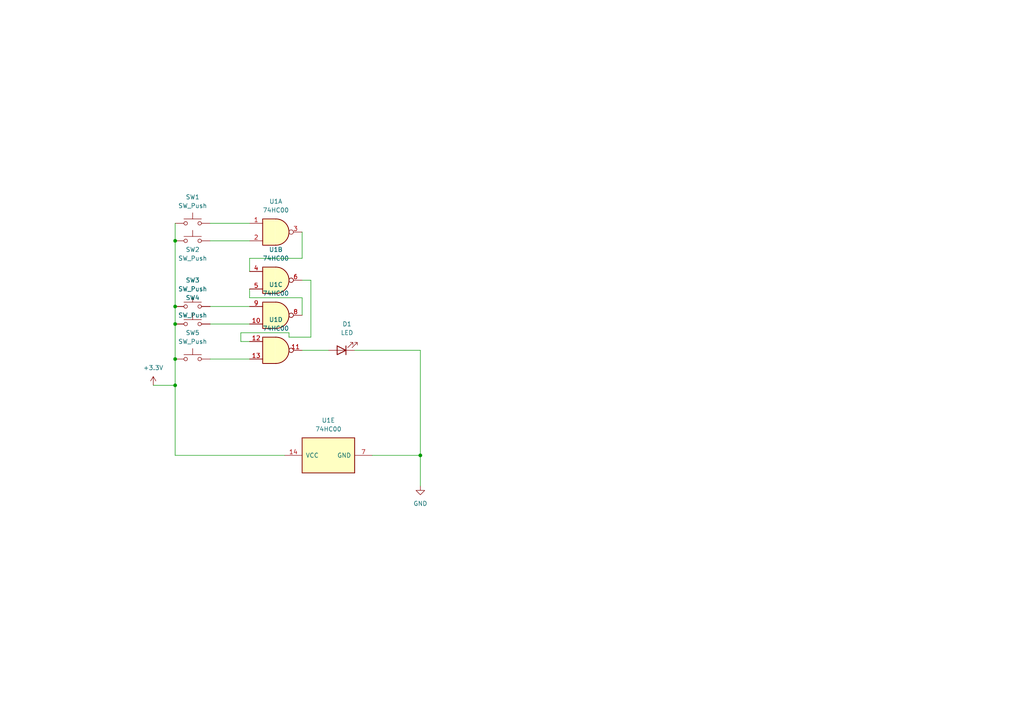
<source format=kicad_sch>
(kicad_sch (version 20230121) (generator eeschema)
  (paper "A4")
  (lib_symbols
    (symbol "74xx:74HC00" (pin_names (offset 1.016))
      (property "Reference" "U" (at 0 1.27 0))
      (property "Value" "74HC00" (at 0 -1.27 0))
      (symbol "74HC00_1_1"
        (arc (start 0 -3.81) (mid 3.7934 0) (end 0 3.81) (stroke (width 0.254)) (fill (type background)))
        (polyline (pts (xy 0 3.81) (xy -3.81 3.81) (xy -3.81 -3.81) (xy 0 -3.81)) (stroke (width 0.254)) (fill (type background)))
        (pin input line (at -7.62 2.54 0) (length 3.81) (name "~") (number "1"))
        (pin input line (at -7.62 -2.54 0) (length 3.81) (name "~") (number "2"))
        (pin output inverted (at 7.62 0 180) (length 3.81) (name "~") (number "3"))
      )
      (symbol "74HC00_1_2"
        (arc (start -3.81 -3.81) (mid -2.589 0) (end -3.81 3.81) (stroke (width 0.254)))
        (arc (start -0.6096 -3.81) (mid 2.1842 -2.5851) (end 3.81 0) (stroke (width 0.254)) (fill (type background)))
        (polyline (pts (xy -3.81 -3.81) (xy -0.635 -3.81)) (stroke (width 0.254)) (fill (type background)))
        (polyline (pts (xy -3.81 3.81) (xy -0.635 3.81)) (stroke (width 0.254)) (fill (type background)))
        (polyline (pts (xy -0.635 3.81) (xy -3.81 3.81) (xy -3.81 3.81) (xy -3.556 3.4036) (xy -3.0226 2.2606) (xy -2.6924 1.0414) (xy -2.6162 -0.254) (xy -2.7686 -1.4986) (xy -3.175 -2.7178) (xy -3.81 -3.81) (xy -3.81 -3.81) (xy -0.635 -3.81)) (stroke (width -25.4)) (fill (type background)))
        (arc (start 3.81 0) (mid 2.1915 2.5936) (end -0.6096 3.81) (stroke (width 0.254)) (fill (type background)))
        (pin input inverted (at -7.62 2.54 0) (length 4.318) (name "~") (number "1"))
        (pin input inverted (at -7.62 -2.54 0) (length 4.318) (name "~") (number "2"))
        (pin output line (at 7.62 0 180) (length 3.81) (name "~") (number "3"))
      )
      (symbol "74HC00_2_1"
        (arc (start 0 -3.81) (mid 3.7934 0) (end 0 3.81) (stroke (width 0.254)) (fill (type background)))
        (polyline (pts (xy 0 3.81) (xy -3.81 3.81) (xy -3.81 -3.81) (xy 0 -3.81)) (stroke (width 0.254)) (fill (type background)))
        (pin input line (at -7.62 2.54 0) (length 3.81) (name "~") (number "4"))
        (pin input line (at -7.62 -2.54 0) (length 3.81) (name "~") (number "5"))
        (pin output inverted (at 7.62 0 180) (length 3.81) (name "~") (number "6"))
      )
      (symbol "74HC00_2_2"
        (arc (start -3.81 -3.81) (mid -2.589 0) (end -3.81 3.81) (stroke (width 0.254)))
        (arc (start -0.6096 -3.81) (mid 2.1842 -2.5851) (end 3.81 0) (stroke (width 0.254)) (fill (type background)))
        (polyline (pts (xy -3.81 -3.81) (xy -0.635 -3.81)) (stroke (width 0.254)) (fill (type background)))
        (polyline (pts (xy -3.81 3.81) (xy -0.635 3.81)) (stroke (width 0.254)) (fill (type background)))
        (polyline (pts (xy -0.635 3.81) (xy -3.81 3.81) (xy -3.81 3.81) (xy -3.556 3.4036) (xy -3.0226 2.2606) (xy -2.6924 1.0414) (xy -2.6162 -0.254) (xy -2.7686 -1.4986) (xy -3.175 -2.7178) (xy -3.81 -3.81) (xy -3.81 -3.81) (xy -0.635 -3.81)) (stroke (width -25.4)) (fill (type background)))
        (arc (start 3.81 0) (mid 2.1915 2.5936) (end -0.6096 3.81) (stroke (width 0.254)) (fill (type background)))
        (pin input inverted (at -7.62 2.54 0) (length 4.318) (name "~") (number "4"))
        (pin input inverted (at -7.62 -2.54 0) (length 4.318) (name "~") (number "5"))
        (pin output line (at 7.62 0 180) (length 3.81) (name "~") (number "6"))
      )
      (symbol "74HC00_3_1"
        (arc (start 0 -3.81) (mid 3.7934 0) (end 0 3.81) (stroke (width 0.254)) (fill (type background)))
        (polyline (pts (xy 0 3.81) (xy -3.81 3.81) (xy -3.81 -3.81) (xy 0 -3.81)) (stroke (width 0.254)) (fill (type background)))
        (pin input line (at -7.62 -2.54 0) (length 3.81) (name "~") (number "10"))
        (pin output inverted (at 7.62 0 180) (length 3.81) (name "~") (number "8"))
        (pin input line (at -7.62 2.54 0) (length 3.81) (name "~") (number "9"))
      )
      (symbol "74HC00_3_2"
        (arc (start -3.81 -3.81) (mid -2.589 0) (end -3.81 3.81) (stroke (width 0.254)))
        (arc (start -0.6096 -3.81) (mid 2.1842 -2.5851) (end 3.81 0) (stroke (width 0.254)) (fill (type background)))
        (polyline (pts (xy -3.81 -3.81) (xy -0.635 -3.81)) (stroke (width 0.254)) (fill (type background)))
        (polyline (pts (xy -3.81 3.81) (xy -0.635 3.81)) (stroke (width 0.254)) (fill (type background)))
        (polyline (pts (xy -0.635 3.81) (xy -3.81 3.81) (xy -3.81 3.81) (xy -3.556 3.4036) (xy -3.0226 2.2606) (xy -2.6924 1.0414) (xy -2.6162 -0.254) (xy -2.7686 -1.4986) (xy -3.175 -2.7178) (xy -3.81 -3.81) (xy -3.81 -3.81) (xy -0.635 -3.81)) (stroke (width -25.4)) (fill (type background)))
        (arc (start 3.81 0) (mid 2.1915 2.5936) (end -0.6096 3.81) (stroke (width 0.254)) (fill (type background)))
        (pin input inverted (at -7.62 -2.54 0) (length 4.318) (name "~") (number "10"))
        (pin output line (at 7.62 0 180) (length 3.81) (name "~") (number "8"))
        (pin input inverted (at -7.62 2.54 0) (length 4.318) (name "~") (number "9"))
      )
      (symbol "74HC00_4_1"
        (arc (start 0 -3.81) (mid 3.7934 0) (end 0 3.81) (stroke (width 0.254)) (fill (type background)))
        (polyline (pts (xy 0 3.81) (xy -3.81 3.81) (xy -3.81 -3.81) (xy 0 -3.81)) (stroke (width 0.254)) (fill (type background)))
        (pin output inverted (at 7.62 0 180) (length 3.81) (name "~") (number "11"))
        (pin input line (at -7.62 2.54 0) (length 3.81) (name "~") (number "12"))
        (pin input line (at -7.62 -2.54 0) (length 3.81) (name "~") (number "13"))
      )
      (symbol "74HC00_4_2"
        (arc (start -3.81 -3.81) (mid -2.589 0) (end -3.81 3.81) (stroke (width 0.254)))
        (arc (start -0.6096 -3.81) (mid 2.1842 -2.5851) (end 3.81 0) (stroke (width 0.254)) (fill (type background)))
        (polyline (pts (xy -3.81 -3.81) (xy -0.635 -3.81)) (stroke (width 0.254)) (fill (type background)))
        (polyline (pts (xy -3.81 3.81) (xy -0.635 3.81)) (stroke (width 0.254)) (fill (type background)))
        (polyline (pts (xy -0.635 3.81) (xy -3.81 3.81) (xy -3.81 3.81) (xy -3.556 3.4036) (xy -3.0226 2.2606) (xy -2.6924 1.0414) (xy -2.6162 -0.254) (xy -2.7686 -1.4986) (xy -3.175 -2.7178) (xy -3.81 -3.81) (xy -3.81 -3.81) (xy -0.635 -3.81)) (stroke (width -25.4)) (fill (type background)))
        (arc (start 3.81 0) (mid 2.1915 2.5936) (end -0.6096 3.81) (stroke (width 0.254)) (fill (type background)))
        (pin output line (at 7.62 0 180) (length 3.81) (name "~") (number "11"))
        (pin input inverted (at -7.62 2.54 0) (length 4.318) (name "~") (number "12"))
        (pin input inverted (at -7.62 -2.54 0) (length 4.318) (name "~") (number "13"))
      )
      (symbol "74HC00_5_0"
        (pin power_in line (at 0 12.7 270) (length 5.08) (name "VCC") (number "14"))
        (pin power_in line (at 0 -12.7 90) (length 5.08) (name "GND") (number "7"))
      )
      (symbol "74HC00_5_1"
        (rectangle (start -5.08 7.62) (end 5.08 -7.62) (stroke (width 0.254)) (fill (type background)))
      )
    )
    (symbol "Device:LED" (pin_numbers hide) (pin_names (offset 1.016) hide)
      (property "Reference" "D" (at 0 2.54 0))
      (property "Value" "LED" (at 0 -2.54 0))
      (symbol "LED_0_1"
        (polyline (pts (xy -1.27 -1.27) (xy -1.27 1.27)) (stroke (width 0.254)))
        (polyline (pts (xy -1.27 0) (xy 1.27 0)))
        (polyline (pts (xy 1.27 -1.27) (xy 1.27 1.27) (xy -1.27 0) (xy 1.27 -1.27)) (stroke (width 0.254)))
        (polyline (pts (xy -3.048 -0.762) (xy -4.572 -2.286) (xy -3.81 -2.286) (xy -4.572 -2.286) (xy -4.572 -1.524)))
        (polyline (pts (xy -1.778 -0.762) (xy -3.302 -2.286) (xy -2.54 -2.286) (xy -3.302 -2.286) (xy -3.302 -1.524)))
      )
      (symbol "LED_1_1"
        (pin passive line (at -3.81 0 0) (length 2.54) (name "K") (number "1"))
        (pin passive line (at 3.81 0 180) (length 2.54) (name "A") (number "2"))
      )
    )
    (symbol "Switch:SW_Push" (pin_numbers hide) (pin_names (offset 1.016) hide)
      (property "Reference" "SW" (at 1.27 2.54 0))
      (property "Value" "SW_Push" (at 0 -1.524 0))
      (symbol "SW_Push_0_1"
        (circle (center -2.032 0) (radius 0.508))
        (polyline (pts (xy 0 1.27) (xy 0 3.048)))
        (polyline (pts (xy 2.54 1.27) (xy -2.54 1.27)))
        (circle (center 2.032 0) (radius 0.508))
        (pin passive line (at -5.08 0 0) (length 2.54) (name "1") (number "1"))
        (pin passive line (at 5.08 0 180) (length 2.54) (name "2") (number "2"))
      )
    )
    (symbol "power:+3.3V" (power) (pin_names (offset 0))
      (property "Value" "+3.3V" (at 0 3.556 0))
      (symbol "+3.3V_0_1"
        (polyline (pts (xy -0.762 1.27) (xy 0 2.54)))
        (polyline (pts (xy 0 0) (xy 0 2.54)))
        (polyline (pts (xy 0 2.54) (xy 0.762 1.27)))
      )
      (symbol "+3.3V_1_1"
        (pin power_in line (at 0 0 90) (length 0) hide (name "+3.3V") (number "1"))
      )
    )
    (symbol "power:GND" (power) (pin_names (offset 0))
      (property "Value" "GND" (at 0 -3.81 0))
      (symbol "GND_0_1"
        (polyline (pts (xy 0 0) (xy 0 -1.27) (xy 1.27 -1.27) (xy 0 -2.54) (xy -1.27 -1.27) (xy 0 -1.27)))
      )
      (symbol "GND_1_1"
        (pin power_in line (at 0 0 270) (length 0) hide (name "GND") (number "1"))
      )
    )
  )
  (junction (at 50.8 111.76))
  (junction (at 50.8 93.98))
  (junction (at 121.92 132.08))
  (junction (at 50.8 69.85))
  (junction (at 50.8 104.14))
  (junction (at 50.8 88.9))
  (wire (pts (xy 83.82 96.52) (xy 69.85 96.52)))
  (wire (pts (xy 87.63 74.93) (xy 72.39 74.93)))
  (wire (pts (xy 60.96 69.85) (xy 72.39 69.85)))
  (wire (pts (xy 60.96 104.14) (xy 72.39 104.14)))
  (wire (pts (xy 50.8 93.98) (xy 50.8 104.14)))
  (wire (pts (xy 60.96 64.77) (xy 72.39 64.77)))
  (wire (pts (xy 87.63 86.36) (xy 72.39 86.36)))
  (wire (pts (xy 121.92 140.97) (xy 121.92 132.08)))
  (wire (pts (xy 87.63 67.31) (xy 87.63 74.93)))
  (wire (pts (xy 50.8 132.08) (xy 82.55 132.08)))
  (wire (pts (xy 72.39 74.93) (xy 72.39 78.74)))
  (wire (pts (xy 83.82 97.79) (xy 83.82 96.52)))
  (wire (pts (xy 121.92 132.08) (xy 121.92 101.6)))
  (wire (pts (xy 50.8 111.76) (xy 50.8 104.14)))
  (wire (pts (xy 44.45 111.76) (xy 50.8 111.76)))
  (wire (pts (xy 90.17 81.28) (xy 90.17 97.79)))
  (wire (pts (xy 69.85 96.52) (xy 69.85 99.06)))
  (wire (pts (xy 121.92 132.08) (xy 107.95 132.08)))
  (wire (pts (xy 87.63 101.6) (xy 95.25 101.6)))
  (wire (pts (xy 50.8 64.77) (xy 50.8 69.85)))
  (wire (pts (xy 69.85 99.06) (xy 72.39 99.06)))
  (wire (pts (xy 87.63 81.28) (xy 90.17 81.28)))
  (wire (pts (xy 72.39 86.36) (xy 72.39 83.82)))
  (wire (pts (xy 60.96 88.9) (xy 72.39 88.9)))
  (wire (pts (xy 50.8 111.76) (xy 50.8 132.08)))
  (wire (pts (xy 90.17 97.79) (xy 83.82 97.79)))
  (wire (pts (xy 50.8 69.85) (xy 50.8 88.9)))
  (wire (pts (xy 121.92 101.6) (xy 102.87 101.6)))
  (wire (pts (xy 60.96 93.98) (xy 72.39 93.98)))
  (wire (pts (xy 87.63 91.44) (xy 87.63 86.36)))
  (wire (pts (xy 50.8 88.9) (xy 50.8 93.98)))
  (symbol (lib_id "power:+3.3V") (at 44.45 111.76 0) (unit 1)
    (property "Reference" "#PWR01" (effects hide))
    (property "Value" "+3.3V" (at 44.45 106.68 0))
  )
  (symbol (lib_id "74xx:74HC00") (at 80.01 81.28 0) (unit 2)
    (property "Reference" "U1" (at 80.0017 72.39 0))
    (property "Value" "74HC00" (at 80.0017 74.93 0))
    (property "Footprint" "Package_DIP:DIP-14_W7.62mm_Socket" (effects hide))
    (property "Datasheet" "http://www.ti.com/lit/gpn/sn74hc00" (effects hide))
  )
  (symbol (lib_id "power:GND") (at 121.92 140.97 0) (unit 1)
    (property "Reference" "#PWR02" (effects hide))
    (property "Value" "GND" (at 121.92 146.05 0))
  )
  (symbol (lib_id "Device:LED") (at 99.06 101.6 180) (unit 1)
    (property "Reference" "D1" (at 100.6475 93.98 0))
    (property "Value" "LED" (at 100.6475 96.52 0))
    (property "Footprint" "LED_THT:LED_D3.0mm" (effects hide))
  )
  (symbol (lib_id "74xx:74HC00") (at 80.01 91.44 0) (unit 3)
    (property "Reference" "U1" (at 80.0017 82.55 0))
    (property "Value" "74HC00" (at 80.0017 85.09 0))
    (property "Footprint" "Package_DIP:DIP-14_W7.62mm_Socket" (effects hide))
    (property "Datasheet" "http://www.ti.com/lit/gpn/sn74hc00" (effects hide))
  )
  (symbol (lib_id "74xx:74HC00") (at 80.01 101.6 0) (unit 4)
    (property "Reference" "U1" (at 80.0017 92.71 0))
    (property "Value" "74HC00" (at 80.0017 95.25 0))
    (property "Footprint" "Package_DIP:DIP-14_W7.62mm_Socket" (effects hide))
    (property "Datasheet" "http://www.ti.com/lit/gpn/sn74hc00" (effects hide))
  )
  (symbol (lib_id "Switch:SW_Push") (at 55.88 104.14 0) (unit 1)
    (property "Reference" "SW5" (at 55.88 96.52 0))
    (property "Value" "SW_Push" (at 55.88 99.06 0))
    (property "Footprint" "Button_Switch_THT:SW_PUSH_6mm" (effects hide))
  )
  (symbol (lib_id "Switch:SW_Push") (at 55.88 88.9 0) (unit 1)
    (property "Reference" "SW3" (at 55.88 81.28 0))
    (property "Value" "SW_Push" (at 55.88 83.82 0))
    (property "Footprint" "Button_Switch_THT:SW_PUSH_6mm" (effects hide))
  )
  (symbol (lib_id "74xx:74HC00") (at 95.25 132.08 90) (unit 5)
    (property "Reference" "U1" (at 95.25 121.92 90))
    (property "Value" "74HC00" (at 95.25 124.46 90))
    (property "Footprint" "Package_DIP:DIP-14_W7.62mm_Socket" (effects hide))
    (property "Datasheet" "http://www.ti.com/lit/gpn/sn74hc00" (effects hide))
  )
  (symbol (lib_id "Switch:SW_Push") (at 55.88 64.77 0) (unit 1)
    (property "Reference" "SW1" (at 55.88 57.15 0))
    (property "Value" "SW_Push" (at 55.88 59.69 0))
    (property "Footprint" "Button_Switch_THT:SW_PUSH_6mm" (effects hide))
  )
  (symbol (lib_id "Switch:SW_Push") (at 55.88 69.85 0) (unit 1)
    (property "Reference" "SW2" (at 55.88 72.39 0))
    (property "Value" "SW_Push" (at 55.88 74.93 0))
    (property "Footprint" "Button_Switch_THT:SW_PUSH_6mm" (effects hide))
  )
  (symbol (lib_id "Switch:SW_Push") (at 55.88 93.98 0) (unit 1)
    (property "Reference" "SW4" (at 55.88 86.36 0))
    (property "Value" "SW_Push" (at 55.88 91.44 0))
    (property "Footprint" "Button_Switch_THT:SW_PUSH_6mm" (effects hide))
  )
  (symbol (lib_id "74xx:74HC00") (at 80.01 67.31 0) (unit 1)
    (property "Reference" "U1" (at 80.0017 58.42 0))
    (property "Value" "74HC00" (at 80.0017 60.96 0))
    (property "Footprint" "Package_DIP:DIP-14_W7.62mm_Socket" (effects hide))
    (property "Datasheet" "http://www.ti.com/lit/gpn/sn74hc00" (effects hide))
  )
)
</source>
